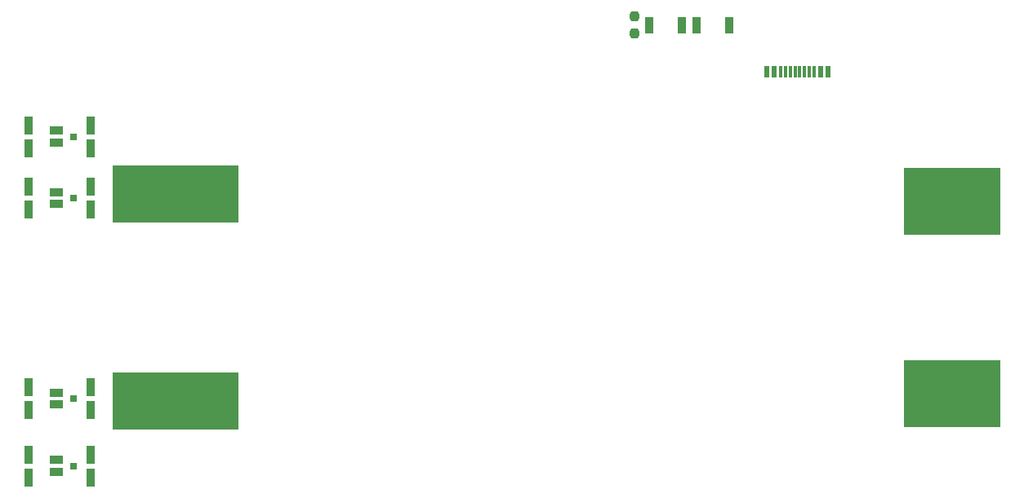
<source format=gbr>
%TF.GenerationSoftware,KiCad,Pcbnew,(6.0.1)*%
%TF.CreationDate,2022-09-27T15:52:50+02:00*%
%TF.ProjectId,WetterStationPCB,57657474-6572-4537-9461-74696f6e5043,rev?*%
%TF.SameCoordinates,Original*%
%TF.FileFunction,Paste,Top*%
%TF.FilePolarity,Positive*%
%FSLAX46Y46*%
G04 Gerber Fmt 4.6, Leading zero omitted, Abs format (unit mm)*
G04 Created by KiCad (PCBNEW (6.0.1)) date 2022-09-27 15:52:50*
%MOMM*%
%LPD*%
G01*
G04 APERTURE LIST*
G04 Aperture macros list*
%AMRoundRect*
0 Rectangle with rounded corners*
0 $1 Rounding radius*
0 $2 $3 $4 $5 $6 $7 $8 $9 X,Y pos of 4 corners*
0 Add a 4 corners polygon primitive as box body*
4,1,4,$2,$3,$4,$5,$6,$7,$8,$9,$2,$3,0*
0 Add four circle primitives for the rounded corners*
1,1,$1+$1,$2,$3*
1,1,$1+$1,$4,$5*
1,1,$1+$1,$6,$7*
1,1,$1+$1,$8,$9*
0 Add four rect primitives between the rounded corners*
20,1,$1+$1,$2,$3,$4,$5,0*
20,1,$1+$1,$4,$5,$6,$7,0*
20,1,$1+$1,$6,$7,$8,$9,0*
20,1,$1+$1,$8,$9,$2,$3,0*%
G04 Aperture macros list end*
%ADD10R,0.900000X1.850000*%
%ADD11R,0.750000X0.750000*%
%ADD12R,1.450000X0.870000*%
%ADD13RoundRect,0.237500X-0.237500X0.250000X-0.237500X-0.250000X0.237500X-0.250000X0.237500X0.250000X0*%
%ADD14R,0.600000X1.160000*%
%ADD15R,0.300000X1.160000*%
%ADD16R,13.000000X6.000000*%
%ADD17R,10.000000X7.000000*%
%ADD18R,0.900000X1.700000*%
G04 APERTURE END LIST*
D10*
%TO.C,Q13*%
X18800000Y-150325000D03*
X25200000Y-152675000D03*
X25200000Y-150325000D03*
X18800000Y-152675000D03*
D11*
X23450000Y-151500000D03*
D12*
X21700000Y-152110000D03*
X21700000Y-150890000D03*
%TD*%
D10*
%TO.C,Q9*%
X25200000Y-116125000D03*
X25200000Y-118475000D03*
X18800000Y-116125000D03*
X18800000Y-118475000D03*
D11*
X23450000Y-117300000D03*
D12*
X21700000Y-117910000D03*
X21700000Y-116690000D03*
%TD*%
D10*
%TO.C,Q10*%
X25200000Y-124875000D03*
X18800000Y-122525000D03*
X25200000Y-122525000D03*
X18800000Y-124875000D03*
D11*
X23450000Y-123700000D03*
D12*
X21700000Y-123090000D03*
X21700000Y-124310000D03*
%TD*%
D10*
%TO.C,Q14*%
X25200000Y-145675000D03*
X18800000Y-143325000D03*
X18800000Y-145675000D03*
X25200000Y-143325000D03*
D11*
X23450000Y-144500000D03*
D12*
X21700000Y-143890000D03*
X21700000Y-145110000D03*
%TD*%
D13*
%TO.C,R2*%
X81600000Y-104787500D03*
X81600000Y-106612500D03*
%TD*%
D14*
%TO.C,P1*%
X101700000Y-110585000D03*
X100900000Y-110585000D03*
D15*
X99750000Y-110585000D03*
X98750000Y-110585000D03*
X98250000Y-110585000D03*
X97250000Y-110585000D03*
D14*
X96100000Y-110585000D03*
X95300000Y-110585000D03*
X95300000Y-110585000D03*
X96100000Y-110585000D03*
D15*
X96750000Y-110585000D03*
X97750000Y-110585000D03*
X99250000Y-110585000D03*
X100250000Y-110585000D03*
D14*
X100900000Y-110585000D03*
X101700000Y-110585000D03*
%TD*%
D16*
%TO.C,BT1*%
X34000000Y-144750000D03*
X34000000Y-123250000D03*
D17*
X114500000Y-144000000D03*
X114500000Y-124000000D03*
%TD*%
D18*
%TO.C,SW1*%
X88000000Y-105700000D03*
X91400000Y-105700000D03*
%TD*%
%TO.C,SW2*%
X86500000Y-105700000D03*
X83100000Y-105700000D03*
%TD*%
M02*

</source>
